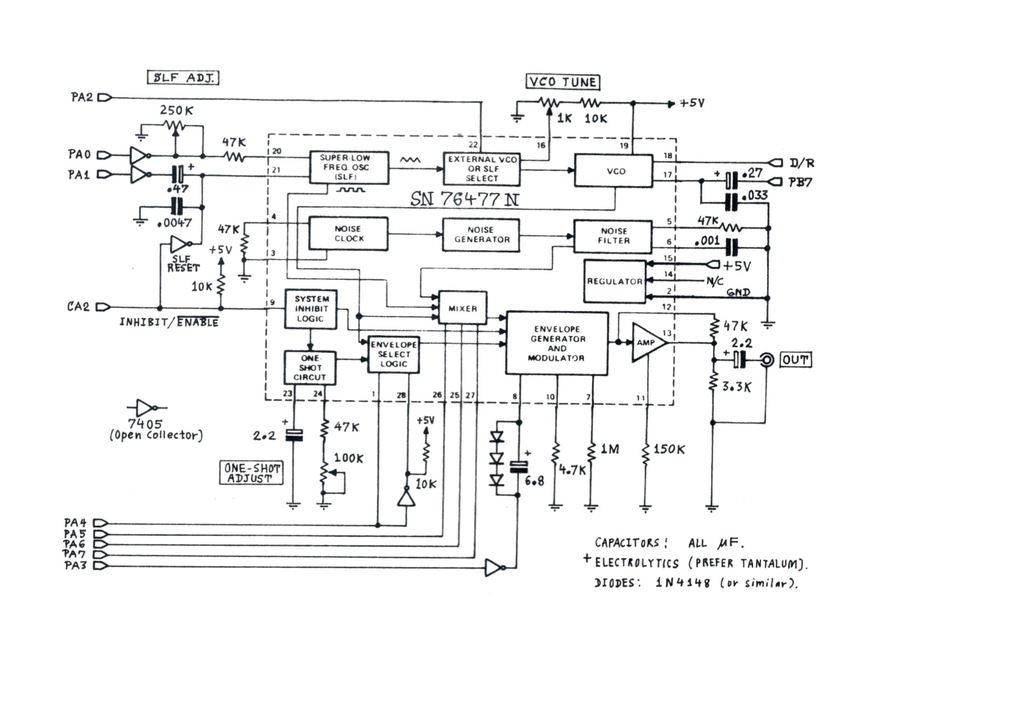
<source format=kicad_sch>
(kicad_sch (version 20231120) (generator "eeschema") (generator_version "8.0")
  (paper "A3")
  (title_block (date "2025-06-10") (rev "0.1"))
  (lib_symbols)
  (image (at 185.42 135.89) (scale 0.971789))
)
</source>
